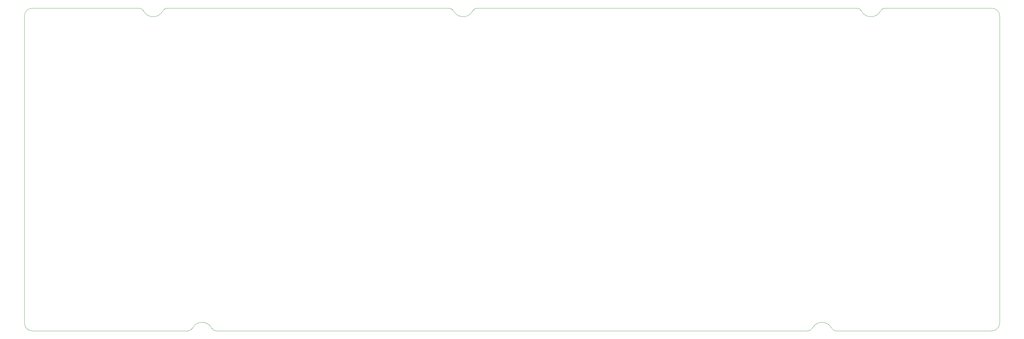
<source format=gm1>
G04 #@! TF.GenerationSoftware,KiCad,Pcbnew,(5.1.10)-1*
G04 #@! TF.CreationDate,2021-08-06T13:45:01+08:00*
G04 #@! TF.ProjectId,Bakeneko60-HS,42616b65-6e65-46b6-9f36-302d48532e6b,rev?*
G04 #@! TF.SameCoordinates,Original*
G04 #@! TF.FileFunction,Profile,NP*
%FSLAX46Y46*%
G04 Gerber Fmt 4.6, Leading zero omitted, Abs format (unit mm)*
G04 Created by KiCad (PCBNEW (5.1.10)-1) date 2021-08-06 13:45:01*
%MOMM*%
%LPD*%
G01*
G04 APERTURE LIST*
G04 #@! TA.AperFunction,Profile*
%ADD10C,0.050000*%
G04 #@! TD*
G04 APERTURE END LIST*
D10*
X-8999999Y-82949999D02*
X-9000000Y6750000D01*
X-6750000Y9000000D02*
X24451895Y9000000D01*
X-9000000Y6750000D02*
G75*
G02*
X-6750000Y9000000I2250000J0D01*
G01*
X24451895Y9000000D02*
G75*
G02*
X25781930Y8193548I0J-1500001D01*
G01*
X31368072Y8193548D02*
G75*
G02*
X25781930Y8193548I-2793071J1456451D01*
G01*
X31368072Y8193547D02*
G75*
G02*
X32698105Y8999999I1330034J-693548D01*
G01*
X114939395Y9000000D02*
X32698105Y8999999D01*
X114939395Y9000000D02*
G75*
G02*
X116269430Y8193549I1J-1500000D01*
G01*
X121855572Y8193549D02*
G75*
G02*
X116269430Y8193549I-2793071J1456451D01*
G01*
X121855572Y8193548D02*
G75*
G02*
X123185606Y9000000I1330034J-693548D01*
G01*
X234001895Y9000000D02*
X123185606Y9000000D01*
X234001895Y9000000D02*
G75*
G02*
X235331930Y8193549I1J-1500000D01*
G01*
X240918072Y8193549D02*
G75*
G02*
X235331930Y8193549I-2793071J1456451D01*
G01*
X240918072Y8193548D02*
G75*
G02*
X242248106Y9000000I1330034J-693548D01*
G01*
X273450000Y9000000D02*
X242248106Y9000000D01*
X273450000Y9000000D02*
G75*
G02*
X275700000Y6750000I0J-2250000D01*
G01*
X275700000Y-82949999D02*
X275700000Y6750000D01*
X275700000Y-82949999D02*
G75*
G02*
X273450000Y-85199999I-2250000J0D01*
G01*
X227960606Y-85199999D02*
X273450000Y-85199999D01*
X227960606Y-85199999D02*
G75*
G02*
X226630571Y-84393547I0J1500001D01*
G01*
X221044430Y-84393546D02*
G75*
G02*
X226630571Y-84393547I2793070J-1456452D01*
G01*
X221044430Y-84393546D02*
G75*
G02*
X219714395Y-85199997I-1330034J693549D01*
G01*
X46985606Y-85199999D02*
X219714395Y-85199997D01*
X46985606Y-85199999D02*
G75*
G02*
X45655572Y-84393547I0J1500000D01*
G01*
X40069427Y-84393547D02*
G75*
G02*
X45655572Y-84393547I2793073J-1456452D01*
G01*
X40069428Y-84393547D02*
G75*
G02*
X38739394Y-85199999I-1330034J693548D01*
G01*
X-6750000Y-85199999D02*
X38739394Y-85199999D01*
X-6750000Y-85200000D02*
G75*
G02*
X-9000000Y-82950000I0J2250000D01*
G01*
M02*

</source>
